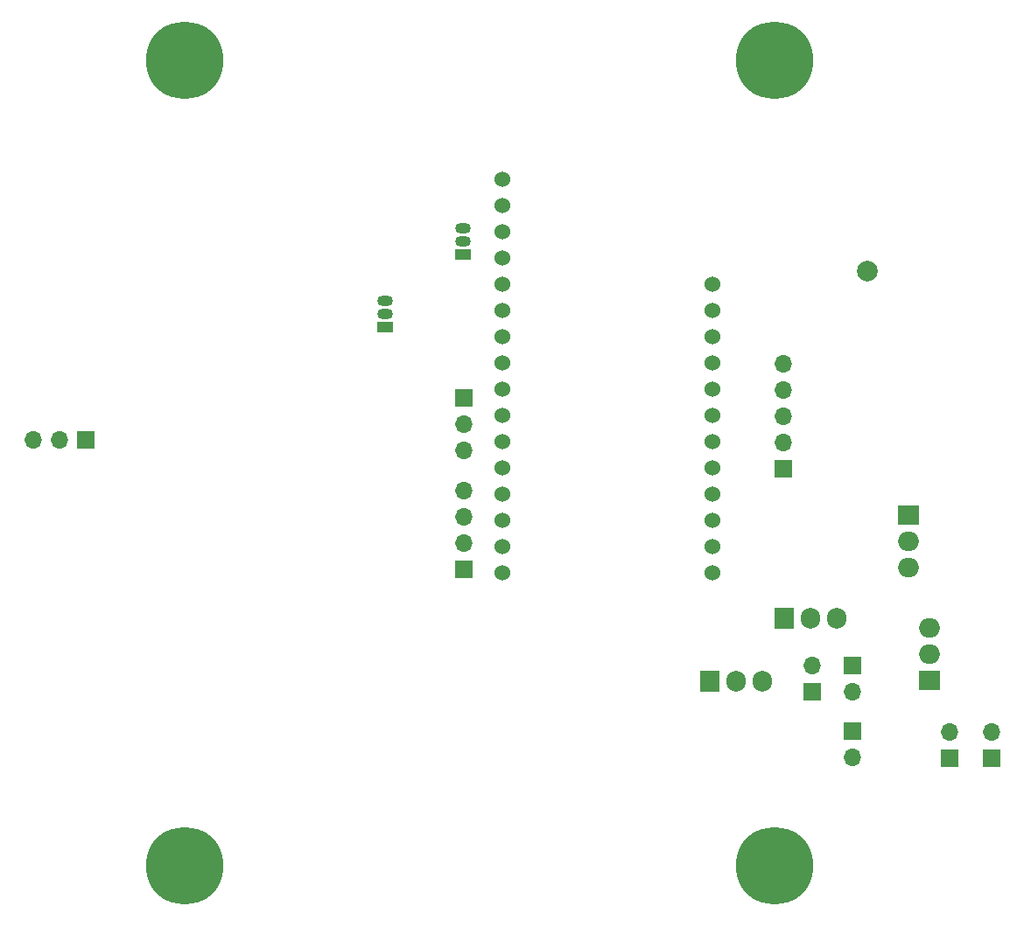
<source format=gbs>
G04 #@! TF.GenerationSoftware,KiCad,Pcbnew,8.0.1*
G04 #@! TF.CreationDate,2024-10-28T21:29:32-04:00*
G04 #@! TF.ProjectId,GHOUL-CloudCruiser,47484f55-4c2d-4436-9c6f-756443727569,rev?*
G04 #@! TF.SameCoordinates,Original*
G04 #@! TF.FileFunction,Soldermask,Bot*
G04 #@! TF.FilePolarity,Negative*
%FSLAX46Y46*%
G04 Gerber Fmt 4.6, Leading zero omitted, Abs format (unit mm)*
G04 Created by KiCad (PCBNEW 8.0.1) date 2024-10-28 21:29:32*
%MOMM*%
%LPD*%
G01*
G04 APERTURE LIST*
%ADD10C,7.500000*%
%ADD11R,1.700000X1.700000*%
%ADD12O,1.700000X1.700000*%
%ADD13R,1.905000X2.000000*%
%ADD14O,1.905000X2.000000*%
%ADD15C,2.000000*%
%ADD16R,1.500000X1.050000*%
%ADD17O,1.500000X1.050000*%
%ADD18C,1.524000*%
%ADD19R,2.000000X1.905000*%
%ADD20O,2.000000X1.905000*%
G04 APERTURE END LIST*
D10*
X175000000Y-55000000D03*
X175000000Y-133000000D03*
X118000000Y-133000000D03*
X118000000Y-55000000D03*
D11*
X182600000Y-119925000D03*
D12*
X182600000Y-122465000D03*
D13*
X168786676Y-115125802D03*
D14*
X171326676Y-115125802D03*
X173866676Y-115125802D03*
D15*
X184000000Y-75400000D03*
D16*
X144860000Y-73770000D03*
D17*
X144860000Y-72500000D03*
X144860000Y-71230000D03*
D11*
X145000000Y-104290000D03*
D12*
X145000000Y-101750000D03*
X145000000Y-99210000D03*
X145000000Y-96670000D03*
D11*
X108400000Y-91750000D03*
D12*
X105860000Y-91750000D03*
X103320000Y-91750000D03*
D11*
X182600000Y-113600000D03*
D12*
X182600000Y-116140000D03*
D16*
X137360000Y-80770000D03*
D17*
X137360000Y-79500000D03*
X137360000Y-78230000D03*
D11*
X196000000Y-122540000D03*
D12*
X196000000Y-120000000D03*
D11*
X145000000Y-87670000D03*
D12*
X145000000Y-90210000D03*
X145000000Y-92750000D03*
D11*
X192000000Y-122540000D03*
D12*
X192000000Y-120000000D03*
D11*
X175900000Y-94500000D03*
D12*
X175900000Y-91960000D03*
X175900000Y-89420000D03*
X175900000Y-86880000D03*
X175900000Y-84340000D03*
D18*
X148680000Y-66510000D03*
X148680000Y-69050000D03*
X148680000Y-71590000D03*
X148680000Y-74130000D03*
X148680000Y-76670000D03*
X148680000Y-79210000D03*
X148680000Y-81750000D03*
X148680000Y-84290000D03*
X148680000Y-86830000D03*
X148680000Y-89370000D03*
X148680000Y-91910000D03*
X148680000Y-94450000D03*
X148680000Y-96990000D03*
X148680000Y-99530000D03*
X148680000Y-102070000D03*
X148680000Y-104610000D03*
X169000000Y-104610000D03*
X169000000Y-102070000D03*
X169000000Y-99530000D03*
X169000000Y-96990000D03*
X169000000Y-94450000D03*
X169000000Y-91910000D03*
X169000000Y-89370000D03*
X169000000Y-86830000D03*
X169000000Y-84290000D03*
X169000000Y-81750000D03*
X169000000Y-79210000D03*
X169000000Y-76670000D03*
D13*
X176000000Y-109000000D03*
D14*
X178540000Y-109000000D03*
X181080000Y-109000000D03*
D11*
X178700000Y-116100000D03*
D12*
X178700000Y-113560000D03*
D19*
X190000000Y-115000000D03*
D20*
X190000000Y-112460000D03*
X190000000Y-109920000D03*
D19*
X188000000Y-99000000D03*
D20*
X188000000Y-101540000D03*
X188000000Y-104080000D03*
M02*

</source>
